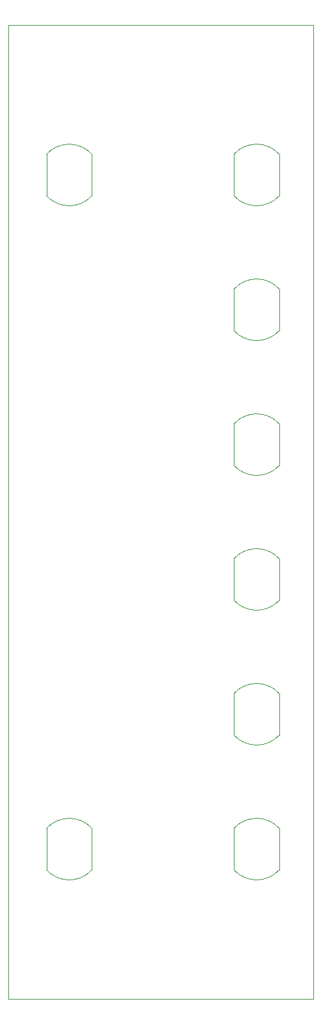
<source format=gbr>
G04 #@! TF.GenerationSoftware,KiCad,Pcbnew,(5.1.9)-1*
G04 #@! TF.CreationDate,2021-04-27T02:11:02+02:00*
G04 #@! TF.ProjectId,Clock Divider Front,436c6f63-6b20-4446-9976-696465722046,rev?*
G04 #@! TF.SameCoordinates,Original*
G04 #@! TF.FileFunction,Profile,NP*
%FSLAX46Y46*%
G04 Gerber Fmt 4.6, Leading zero omitted, Abs format (unit mm)*
G04 Created by KiCad (PCBNEW (5.1.9)-1) date 2021-04-27 02:11:02*
%MOMM*%
%LPD*%
G01*
G04 APERTURE LIST*
G04 #@! TA.AperFunction,Profile*
%ADD10C,0.100000*%
G04 #@! TD*
G04 APERTURE END LIST*
D10*
G04 #@! TO.C,REF\u002A\u002A*
X29850000Y-111439982D02*
X29850000Y-105960018D01*
X35850000Y-111439982D02*
X35850000Y-105960018D01*
X29850001Y-105960019D02*
G75*
G02*
X35849999Y-105960019I2999999J-2739981D01*
G01*
X35849999Y-111439981D02*
G75*
G02*
X29850001Y-111439981I-2999999J2739981D01*
G01*
X5085000Y-111439982D02*
X5085000Y-105960018D01*
X11085000Y-111439982D02*
X11085000Y-105960018D01*
X5085001Y-105960019D02*
G75*
G02*
X11084999Y-105960019I2999999J-2739981D01*
G01*
X11084999Y-111439981D02*
G75*
G02*
X5085001Y-111439981I-2999999J2739981D01*
G01*
X29850000Y-93659982D02*
X29850000Y-88180018D01*
X35850000Y-93659982D02*
X35850000Y-88180018D01*
X29850001Y-88180019D02*
G75*
G02*
X35849999Y-88180019I2999999J-2739981D01*
G01*
X35849999Y-93659981D02*
G75*
G02*
X29850001Y-93659981I-2999999J2739981D01*
G01*
X29850000Y-75879982D02*
X29850000Y-70400018D01*
X35850000Y-75879982D02*
X35850000Y-70400018D01*
X29850001Y-70400019D02*
G75*
G02*
X35849999Y-70400019I2999999J-2739981D01*
G01*
X35849999Y-75879981D02*
G75*
G02*
X29850001Y-75879981I-2999999J2739981D01*
G01*
X29850000Y-58099982D02*
X29850000Y-52620018D01*
X35850000Y-58099982D02*
X35850000Y-52620018D01*
X29850001Y-52620019D02*
G75*
G02*
X35849999Y-52620019I2999999J-2739981D01*
G01*
X35849999Y-58099981D02*
G75*
G02*
X29850001Y-58099981I-2999999J2739981D01*
G01*
X29850000Y-40319982D02*
X29850000Y-34840018D01*
X35850000Y-40319982D02*
X35850000Y-34840018D01*
X29850001Y-34840019D02*
G75*
G02*
X35849999Y-34840019I2999999J-2739981D01*
G01*
X35849999Y-40319981D02*
G75*
G02*
X29850001Y-40319981I-2999999J2739981D01*
G01*
X29850000Y-22539982D02*
X29850000Y-17060018D01*
X35850000Y-22539982D02*
X35850000Y-17060018D01*
X29850001Y-17060019D02*
G75*
G02*
X35849999Y-17060019I2999999J-2739981D01*
G01*
X35849999Y-22539981D02*
G75*
G02*
X29850001Y-22539981I-2999999J2739981D01*
G01*
X11084999Y-22539981D02*
G75*
G02*
X5085001Y-22539981I-2999999J2739981D01*
G01*
X5085001Y-17060019D02*
G75*
G02*
X11084999Y-17060019I2999999J-2739981D01*
G01*
X11085000Y-22539982D02*
X11085000Y-17060018D01*
X5085000Y-22539982D02*
X5085000Y-17060018D01*
X0Y0D02*
X40300000Y0D01*
X40300000Y0D02*
X40300000Y-128500000D01*
X0Y-128500000D02*
X40300000Y-128500000D01*
X0Y-128500000D02*
X0Y0D01*
G04 #@! TD*
M02*

</source>
